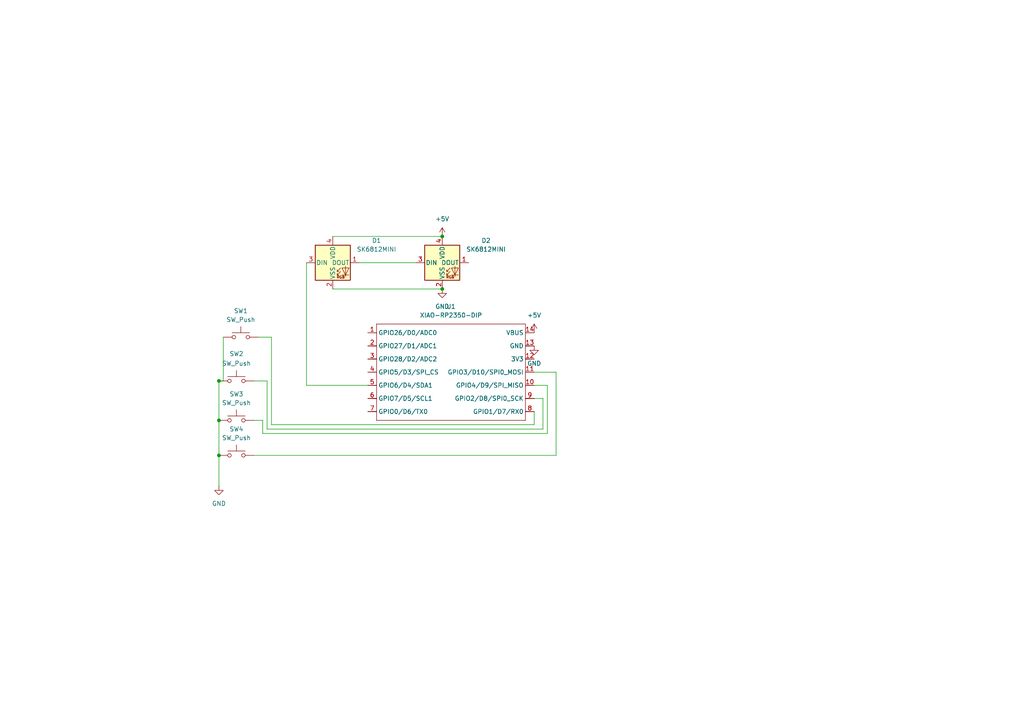
<source format=kicad_sch>
(kicad_sch
	(version 20250114)
	(generator "eeschema")
	(generator_version "9.0")
	(uuid "bbd0a441-47db-489b-bd3d-eae3d2fb38dd")
	(paper "A4")
	(lib_symbols
		(symbol "LED:SK6812MINI"
			(pin_names
				(offset 0.254)
			)
			(exclude_from_sim no)
			(in_bom yes)
			(on_board yes)
			(property "Reference" "D"
				(at 5.08 5.715 0)
				(effects
					(font
						(size 1.27 1.27)
					)
					(justify right bottom)
				)
			)
			(property "Value" "SK6812MINI"
				(at 1.27 -5.715 0)
				(effects
					(font
						(size 1.27 1.27)
					)
					(justify left top)
				)
			)
			(property "Footprint" "LED_SMD:LED_SK6812MINI_PLCC4_3.5x3.5mm_P1.75mm"
				(at 1.27 -7.62 0)
				(effects
					(font
						(size 1.27 1.27)
					)
					(justify left top)
					(hide yes)
				)
			)
			(property "Datasheet" "https://cdn-shop.adafruit.com/product-files/2686/SK6812MINI_REV.01-1-2.pdf"
				(at 2.54 -9.525 0)
				(effects
					(font
						(size 1.27 1.27)
					)
					(justify left top)
					(hide yes)
				)
			)
			(property "Description" "RGB LED with integrated controller"
				(at 0 0 0)
				(effects
					(font
						(size 1.27 1.27)
					)
					(hide yes)
				)
			)
			(property "ki_keywords" "RGB LED NeoPixel Mini addressable"
				(at 0 0 0)
				(effects
					(font
						(size 1.27 1.27)
					)
					(hide yes)
				)
			)
			(property "ki_fp_filters" "LED*SK6812MINI*PLCC*3.5x3.5mm*P1.75mm*"
				(at 0 0 0)
				(effects
					(font
						(size 1.27 1.27)
					)
					(hide yes)
				)
			)
			(symbol "SK6812MINI_0_0"
				(text "RGB"
					(at 2.286 -4.191 0)
					(effects
						(font
							(size 0.762 0.762)
						)
					)
				)
			)
			(symbol "SK6812MINI_0_1"
				(polyline
					(pts
						(xy 1.27 -2.54) (xy 1.778 -2.54)
					)
					(stroke
						(width 0)
						(type default)
					)
					(fill
						(type none)
					)
				)
				(polyline
					(pts
						(xy 1.27 -3.556) (xy 1.778 -3.556)
					)
					(stroke
						(width 0)
						(type default)
					)
					(fill
						(type none)
					)
				)
				(polyline
					(pts
						(xy 2.286 -1.524) (xy 1.27 -2.54) (xy 1.27 -2.032)
					)
					(stroke
						(width 0)
						(type default)
					)
					(fill
						(type none)
					)
				)
				(polyline
					(pts
						(xy 2.286 -2.54) (xy 1.27 -3.556) (xy 1.27 -3.048)
					)
					(stroke
						(width 0)
						(type default)
					)
					(fill
						(type none)
					)
				)
				(polyline
					(pts
						(xy 3.683 -1.016) (xy 3.683 -3.556) (xy 3.683 -4.064)
					)
					(stroke
						(width 0)
						(type default)
					)
					(fill
						(type none)
					)
				)
				(polyline
					(pts
						(xy 4.699 -1.524) (xy 2.667 -1.524) (xy 3.683 -3.556) (xy 4.699 -1.524)
					)
					(stroke
						(width 0)
						(type default)
					)
					(fill
						(type none)
					)
				)
				(polyline
					(pts
						(xy 4.699 -3.556) (xy 2.667 -3.556)
					)
					(stroke
						(width 0)
						(type default)
					)
					(fill
						(type none)
					)
				)
				(rectangle
					(start 5.08 5.08)
					(end -5.08 -5.08)
					(stroke
						(width 0.254)
						(type default)
					)
					(fill
						(type background)
					)
				)
			)
			(symbol "SK6812MINI_1_1"
				(pin input line
					(at -7.62 0 0)
					(length 2.54)
					(name "DIN"
						(effects
							(font
								(size 1.27 1.27)
							)
						)
					)
					(number "3"
						(effects
							(font
								(size 1.27 1.27)
							)
						)
					)
				)
				(pin power_in line
					(at 0 7.62 270)
					(length 2.54)
					(name "VDD"
						(effects
							(font
								(size 1.27 1.27)
							)
						)
					)
					(number "4"
						(effects
							(font
								(size 1.27 1.27)
							)
						)
					)
				)
				(pin power_in line
					(at 0 -7.62 90)
					(length 2.54)
					(name "VSS"
						(effects
							(font
								(size 1.27 1.27)
							)
						)
					)
					(number "2"
						(effects
							(font
								(size 1.27 1.27)
							)
						)
					)
				)
				(pin output line
					(at 7.62 0 180)
					(length 2.54)
					(name "DOUT"
						(effects
							(font
								(size 1.27 1.27)
							)
						)
					)
					(number "1"
						(effects
							(font
								(size 1.27 1.27)
							)
						)
					)
				)
			)
			(embedded_fonts no)
		)
		(symbol "Switch:SW_Push"
			(pin_numbers
				(hide yes)
			)
			(pin_names
				(offset 1.016)
				(hide yes)
			)
			(exclude_from_sim no)
			(in_bom yes)
			(on_board yes)
			(property "Reference" "SW"
				(at 1.27 2.54 0)
				(effects
					(font
						(size 1.27 1.27)
					)
					(justify left)
				)
			)
			(property "Value" "SW_Push"
				(at 0 -1.524 0)
				(effects
					(font
						(size 1.27 1.27)
					)
				)
			)
			(property "Footprint" ""
				(at 0 5.08 0)
				(effects
					(font
						(size 1.27 1.27)
					)
					(hide yes)
				)
			)
			(property "Datasheet" "~"
				(at 0 5.08 0)
				(effects
					(font
						(size 1.27 1.27)
					)
					(hide yes)
				)
			)
			(property "Description" "Push button switch, generic, two pins"
				(at 0 0 0)
				(effects
					(font
						(size 1.27 1.27)
					)
					(hide yes)
				)
			)
			(property "ki_keywords" "switch normally-open pushbutton push-button"
				(at 0 0 0)
				(effects
					(font
						(size 1.27 1.27)
					)
					(hide yes)
				)
			)
			(symbol "SW_Push_0_1"
				(circle
					(center -2.032 0)
					(radius 0.508)
					(stroke
						(width 0)
						(type default)
					)
					(fill
						(type none)
					)
				)
				(polyline
					(pts
						(xy 0 1.27) (xy 0 3.048)
					)
					(stroke
						(width 0)
						(type default)
					)
					(fill
						(type none)
					)
				)
				(circle
					(center 2.032 0)
					(radius 0.508)
					(stroke
						(width 0)
						(type default)
					)
					(fill
						(type none)
					)
				)
				(polyline
					(pts
						(xy 2.54 1.27) (xy -2.54 1.27)
					)
					(stroke
						(width 0)
						(type default)
					)
					(fill
						(type none)
					)
				)
				(pin passive line
					(at -5.08 0 0)
					(length 2.54)
					(name "1"
						(effects
							(font
								(size 1.27 1.27)
							)
						)
					)
					(number "1"
						(effects
							(font
								(size 1.27 1.27)
							)
						)
					)
				)
				(pin passive line
					(at 5.08 0 180)
					(length 2.54)
					(name "2"
						(effects
							(font
								(size 1.27 1.27)
							)
						)
					)
					(number "2"
						(effects
							(font
								(size 1.27 1.27)
							)
						)
					)
				)
			)
			(embedded_fonts no)
		)
		(symbol "hackpad:XIAO-RP2350-DIP"
			(exclude_from_sim no)
			(in_bom yes)
			(on_board yes)
			(property "Reference" "U"
				(at -5.588 2.032 0)
				(effects
					(font
						(size 1.27 1.27)
					)
				)
			)
			(property "Value" "XIAO-RP2350-DIP"
				(at 0 0 0)
				(effects
					(font
						(size 1.27 1.27)
					)
				)
			)
			(property "Footprint" "Module:MOUDLE14P-XIAO-DIP-SMD"
				(at 11.684 -30.734 0)
				(effects
					(font
						(size 1.27 1.27)
					)
					(hide yes)
				)
			)
			(property "Datasheet" ""
				(at 0 0 0)
				(effects
					(font
						(size 1.27 1.27)
					)
					(hide yes)
				)
			)
			(property "Description" ""
				(at 0 0 0)
				(effects
					(font
						(size 1.27 1.27)
					)
					(hide yes)
				)
			)
			(symbol "XIAO-RP2350-DIP_1_0"
				(polyline
					(pts
						(xy -6.35 -1.27) (xy 36.83 -1.27)
					)
					(stroke
						(width 0.1524)
						(type solid)
					)
					(fill
						(type none)
					)
				)
				(polyline
					(pts
						(xy -6.35 -3.81) (xy -7.62 -3.81)
					)
					(stroke
						(width 0.1524)
						(type solid)
					)
					(fill
						(type none)
					)
				)
				(polyline
					(pts
						(xy -6.35 -3.81) (xy -6.35 -1.27)
					)
					(stroke
						(width 0.1524)
						(type solid)
					)
					(fill
						(type none)
					)
				)
				(polyline
					(pts
						(xy -6.35 -7.62) (xy -7.62 -7.62)
					)
					(stroke
						(width 0.1524)
						(type solid)
					)
					(fill
						(type none)
					)
				)
				(polyline
					(pts
						(xy -6.35 -7.62) (xy -6.35 -3.81)
					)
					(stroke
						(width 0.1524)
						(type solid)
					)
					(fill
						(type none)
					)
				)
				(polyline
					(pts
						(xy -6.35 -11.43) (xy -7.62 -11.43)
					)
					(stroke
						(width 0.1524)
						(type solid)
					)
					(fill
						(type none)
					)
				)
				(polyline
					(pts
						(xy -6.35 -11.43) (xy -6.35 -7.62)
					)
					(stroke
						(width 0.1524)
						(type solid)
					)
					(fill
						(type none)
					)
				)
				(polyline
					(pts
						(xy -6.35 -15.24) (xy -7.62 -15.24)
					)
					(stroke
						(width 0.1524)
						(type solid)
					)
					(fill
						(type none)
					)
				)
				(polyline
					(pts
						(xy -6.35 -15.24) (xy -6.35 -11.43)
					)
					(stroke
						(width 0.1524)
						(type solid)
					)
					(fill
						(type none)
					)
				)
				(polyline
					(pts
						(xy -6.35 -19.05) (xy -7.62 -19.05)
					)
					(stroke
						(width 0.1524)
						(type solid)
					)
					(fill
						(type none)
					)
				)
				(polyline
					(pts
						(xy -6.35 -22.86) (xy -7.62 -22.86)
					)
					(stroke
						(width 0.1524)
						(type solid)
					)
					(fill
						(type none)
					)
				)
				(polyline
					(pts
						(xy -6.35 -26.67) (xy -7.62 -26.67)
					)
					(stroke
						(width 0.1524)
						(type solid)
					)
					(fill
						(type none)
					)
				)
				(polyline
					(pts
						(xy -6.35 -29.21) (xy -6.35 -15.24)
					)
					(stroke
						(width 0.1524)
						(type solid)
					)
					(fill
						(type none)
					)
				)
				(polyline
					(pts
						(xy 36.83 -1.27) (xy 36.83 -3.81)
					)
					(stroke
						(width 0.1524)
						(type solid)
					)
					(fill
						(type none)
					)
				)
				(polyline
					(pts
						(xy 36.83 -3.81) (xy 36.83 -7.62)
					)
					(stroke
						(width 0.1524)
						(type solid)
					)
					(fill
						(type none)
					)
				)
				(polyline
					(pts
						(xy 36.83 -7.62) (xy 36.83 -11.43)
					)
					(stroke
						(width 0.1524)
						(type solid)
					)
					(fill
						(type none)
					)
				)
				(polyline
					(pts
						(xy 36.83 -11.43) (xy 36.83 -29.21)
					)
					(stroke
						(width 0.1524)
						(type solid)
					)
					(fill
						(type none)
					)
				)
				(polyline
					(pts
						(xy 36.83 -29.21) (xy -6.35 -29.21)
					)
					(stroke
						(width 0.1524)
						(type solid)
					)
					(fill
						(type none)
					)
				)
				(polyline
					(pts
						(xy 38.1 -3.81) (xy 36.83 -3.81)
					)
					(stroke
						(width 0.1524)
						(type solid)
					)
					(fill
						(type none)
					)
				)
				(polyline
					(pts
						(xy 38.1 -7.62) (xy 36.83 -7.62)
					)
					(stroke
						(width 0.1524)
						(type solid)
					)
					(fill
						(type none)
					)
				)
				(polyline
					(pts
						(xy 38.1 -11.43) (xy 36.83 -11.43)
					)
					(stroke
						(width 0.1524)
						(type solid)
					)
					(fill
						(type none)
					)
				)
				(polyline
					(pts
						(xy 38.1 -15.24) (xy 36.83 -15.24)
					)
					(stroke
						(width 0.1524)
						(type solid)
					)
					(fill
						(type none)
					)
				)
				(polyline
					(pts
						(xy 38.1 -19.05) (xy 36.83 -19.05)
					)
					(stroke
						(width 0.1524)
						(type solid)
					)
					(fill
						(type none)
					)
				)
				(polyline
					(pts
						(xy 38.1 -22.86) (xy 36.83 -22.86)
					)
					(stroke
						(width 0.1524)
						(type solid)
					)
					(fill
						(type none)
					)
				)
				(polyline
					(pts
						(xy 38.1 -26.67) (xy 36.83 -26.67)
					)
					(stroke
						(width 0.1524)
						(type solid)
					)
					(fill
						(type none)
					)
				)
				(pin passive line
					(at -8.89 -3.81 0)
					(length 2.54)
					(name "GPIO26/D0/ADC0"
						(effects
							(font
								(size 1.27 1.27)
							)
						)
					)
					(number "1"
						(effects
							(font
								(size 1.27 1.27)
							)
						)
					)
				)
				(pin passive line
					(at -8.89 -7.62 0)
					(length 2.54)
					(name "GPIO27/D1/ADC1"
						(effects
							(font
								(size 1.27 1.27)
							)
						)
					)
					(number "2"
						(effects
							(font
								(size 1.27 1.27)
							)
						)
					)
				)
				(pin passive line
					(at -8.89 -11.43 0)
					(length 2.54)
					(name "GPIO28/D2/ADC2"
						(effects
							(font
								(size 1.27 1.27)
							)
						)
					)
					(number "3"
						(effects
							(font
								(size 1.27 1.27)
							)
						)
					)
				)
				(pin passive line
					(at -8.89 -15.24 0)
					(length 2.54)
					(name "GPIO5/D3/SPI_CS"
						(effects
							(font
								(size 1.27 1.27)
							)
						)
					)
					(number "4"
						(effects
							(font
								(size 1.27 1.27)
							)
						)
					)
				)
				(pin passive line
					(at -8.89 -19.05 0)
					(length 2.54)
					(name "GPIO6/D4/SDA1"
						(effects
							(font
								(size 1.27 1.27)
							)
						)
					)
					(number "5"
						(effects
							(font
								(size 1.27 1.27)
							)
						)
					)
				)
				(pin passive line
					(at -8.89 -22.86 0)
					(length 2.54)
					(name "GPIO7/D5/SCL1"
						(effects
							(font
								(size 1.27 1.27)
							)
						)
					)
					(number "6"
						(effects
							(font
								(size 1.27 1.27)
							)
						)
					)
				)
				(pin passive line
					(at -8.89 -26.67 0)
					(length 2.54)
					(name "GPIO0/D6/TX0"
						(effects
							(font
								(size 1.27 1.27)
							)
						)
					)
					(number "7"
						(effects
							(font
								(size 1.27 1.27)
							)
						)
					)
				)
				(pin passive line
					(at 39.37 -3.81 180)
					(length 2.54)
					(name "VBUS"
						(effects
							(font
								(size 1.27 1.27)
							)
						)
					)
					(number "14"
						(effects
							(font
								(size 1.27 1.27)
							)
						)
					)
				)
				(pin passive line
					(at 39.37 -7.62 180)
					(length 2.54)
					(name "GND"
						(effects
							(font
								(size 1.27 1.27)
							)
						)
					)
					(number "13"
						(effects
							(font
								(size 1.27 1.27)
							)
						)
					)
				)
				(pin passive line
					(at 39.37 -11.43 180)
					(length 2.54)
					(name "3V3"
						(effects
							(font
								(size 1.27 1.27)
							)
						)
					)
					(number "12"
						(effects
							(font
								(size 1.27 1.27)
							)
						)
					)
				)
				(pin passive line
					(at 39.37 -15.24 180)
					(length 2.54)
					(name "GPIO3/D10/SPI0_MOSI"
						(effects
							(font
								(size 1.27 1.27)
							)
						)
					)
					(number "11"
						(effects
							(font
								(size 1.27 1.27)
							)
						)
					)
				)
				(pin passive line
					(at 39.37 -19.05 180)
					(length 2.54)
					(name "GPIO4/D9/SPI_MISO"
						(effects
							(font
								(size 1.27 1.27)
							)
						)
					)
					(number "10"
						(effects
							(font
								(size 1.27 1.27)
							)
						)
					)
				)
				(pin passive line
					(at 39.37 -22.86 180)
					(length 2.54)
					(name "GPIO2/D8/SPI0_SCK"
						(effects
							(font
								(size 1.27 1.27)
							)
						)
					)
					(number "9"
						(effects
							(font
								(size 1.27 1.27)
							)
						)
					)
				)
				(pin passive line
					(at 39.37 -26.67 180)
					(length 2.54)
					(name "GPIO1/D7/RX0"
						(effects
							(font
								(size 1.27 1.27)
							)
						)
					)
					(number "8"
						(effects
							(font
								(size 1.27 1.27)
							)
						)
					)
				)
			)
			(embedded_fonts no)
		)
		(symbol "power:+5V"
			(power)
			(pin_numbers
				(hide yes)
			)
			(pin_names
				(offset 0)
				(hide yes)
			)
			(exclude_from_sim no)
			(in_bom yes)
			(on_board yes)
			(property "Reference" "#PWR"
				(at 0 -3.81 0)
				(effects
					(font
						(size 1.27 1.27)
					)
					(hide yes)
				)
			)
			(property "Value" "+5V"
				(at 0 3.556 0)
				(effects
					(font
						(size 1.27 1.27)
					)
				)
			)
			(property "Footprint" ""
				(at 0 0 0)
				(effects
					(font
						(size 1.27 1.27)
					)
					(hide yes)
				)
			)
			(property "Datasheet" ""
				(at 0 0 0)
				(effects
					(font
						(size 1.27 1.27)
					)
					(hide yes)
				)
			)
			(property "Description" "Power symbol creates a global label with name \"+5V\""
				(at 0 0 0)
				(effects
					(font
						(size 1.27 1.27)
					)
					(hide yes)
				)
			)
			(property "ki_keywords" "global power"
				(at 0 0 0)
				(effects
					(font
						(size 1.27 1.27)
					)
					(hide yes)
				)
			)
			(symbol "+5V_0_1"
				(polyline
					(pts
						(xy -0.762 1.27) (xy 0 2.54)
					)
					(stroke
						(width 0)
						(type default)
					)
					(fill
						(type none)
					)
				)
				(polyline
					(pts
						(xy 0 2.54) (xy 0.762 1.27)
					)
					(stroke
						(width 0)
						(type default)
					)
					(fill
						(type none)
					)
				)
				(polyline
					(pts
						(xy 0 0) (xy 0 2.54)
					)
					(stroke
						(width 0)
						(type default)
					)
					(fill
						(type none)
					)
				)
			)
			(symbol "+5V_1_1"
				(pin power_in line
					(at 0 0 90)
					(length 0)
					(name "~"
						(effects
							(font
								(size 1.27 1.27)
							)
						)
					)
					(number "1"
						(effects
							(font
								(size 1.27 1.27)
							)
						)
					)
				)
			)
			(embedded_fonts no)
		)
		(symbol "power:GND"
			(power)
			(pin_numbers
				(hide yes)
			)
			(pin_names
				(offset 0)
				(hide yes)
			)
			(exclude_from_sim no)
			(in_bom yes)
			(on_board yes)
			(property "Reference" "#PWR"
				(at 0 -6.35 0)
				(effects
					(font
						(size 1.27 1.27)
					)
					(hide yes)
				)
			)
			(property "Value" "GND"
				(at 0 -3.81 0)
				(effects
					(font
						(size 1.27 1.27)
					)
				)
			)
			(property "Footprint" ""
				(at 0 0 0)
				(effects
					(font
						(size 1.27 1.27)
					)
					(hide yes)
				)
			)
			(property "Datasheet" ""
				(at 0 0 0)
				(effects
					(font
						(size 1.27 1.27)
					)
					(hide yes)
				)
			)
			(property "Description" "Power symbol creates a global label with name \"GND\" , ground"
				(at 0 0 0)
				(effects
					(font
						(size 1.27 1.27)
					)
					(hide yes)
				)
			)
			(property "ki_keywords" "global power"
				(at 0 0 0)
				(effects
					(font
						(size 1.27 1.27)
					)
					(hide yes)
				)
			)
			(symbol "GND_0_1"
				(polyline
					(pts
						(xy 0 0) (xy 0 -1.27) (xy 1.27 -1.27) (xy 0 -2.54) (xy -1.27 -1.27) (xy 0 -1.27)
					)
					(stroke
						(width 0)
						(type default)
					)
					(fill
						(type none)
					)
				)
			)
			(symbol "GND_1_1"
				(pin power_in line
					(at 0 0 270)
					(length 0)
					(name "~"
						(effects
							(font
								(size 1.27 1.27)
							)
						)
					)
					(number "1"
						(effects
							(font
								(size 1.27 1.27)
							)
						)
					)
				)
			)
			(embedded_fonts no)
		)
	)
	(junction
		(at 63.5 121.92)
		(diameter 0)
		(color 0 0 0 0)
		(uuid "310e47a8-9973-4bab-a8b5-c71890229914")
	)
	(junction
		(at 128.27 83.82)
		(diameter 0)
		(color 0 0 0 0)
		(uuid "3b5ca1d7-08d5-4b0b-bfa3-1f51096ae367")
	)
	(junction
		(at 63.5 110.49)
		(diameter 0)
		(color 0 0 0 0)
		(uuid "60b0c730-246a-455c-a96e-6509af161022")
	)
	(junction
		(at 63.5 132.08)
		(diameter 0)
		(color 0 0 0 0)
		(uuid "987a6303-8b0c-4011-81b0-6a29de635852")
	)
	(junction
		(at 128.27 68.58)
		(diameter 0)
		(color 0 0 0 0)
		(uuid "bc2857b4-ee8e-413d-b6a2-be8e5e0016a6")
	)
	(wire
		(pts
			(xy 96.52 83.82) (xy 128.27 83.82)
		)
		(stroke
			(width 0)
			(type default)
		)
		(uuid "2143c2d1-bacd-4c3d-bf35-7fd6a579c7c6")
	)
	(wire
		(pts
			(xy 158.75 111.76) (xy 158.75 125.73)
		)
		(stroke
			(width 0)
			(type default)
		)
		(uuid "2b6900b1-ec32-40a9-ab13-9fb8063fd22e")
	)
	(wire
		(pts
			(xy 154.94 107.95) (xy 161.29 107.95)
		)
		(stroke
			(width 0)
			(type default)
		)
		(uuid "2dff2dc1-1586-42f2-8af8-900a7c6d4d4a")
	)
	(wire
		(pts
			(xy 78.74 123.19) (xy 78.74 97.79)
		)
		(stroke
			(width 0)
			(type default)
		)
		(uuid "38942389-f934-4bb8-ae21-c25737b8f97c")
	)
	(wire
		(pts
			(xy 63.5 132.08) (xy 63.5 140.97)
		)
		(stroke
			(width 0)
			(type default)
		)
		(uuid "3ebe0c4b-bfea-4c49-85b2-e628760a3080")
	)
	(wire
		(pts
			(xy 73.66 132.08) (xy 161.29 132.08)
		)
		(stroke
			(width 0)
			(type default)
		)
		(uuid "487114f7-6781-4ca2-a51f-866491e971b4")
	)
	(wire
		(pts
			(xy 73.66 110.49) (xy 77.47 110.49)
		)
		(stroke
			(width 0)
			(type default)
		)
		(uuid "4ae93d03-2ddb-4c42-ac97-2f8dc846c463")
	)
	(wire
		(pts
			(xy 157.48 115.57) (xy 154.94 115.57)
		)
		(stroke
			(width 0)
			(type default)
		)
		(uuid "513f724a-0a12-406a-b9d0-529824ae10f0")
	)
	(wire
		(pts
			(xy 154.94 111.76) (xy 158.75 111.76)
		)
		(stroke
			(width 0)
			(type default)
		)
		(uuid "566a638e-2bbf-4064-a95a-3a2d969eb47b")
	)
	(wire
		(pts
			(xy 158.75 125.73) (xy 76.2 125.73)
		)
		(stroke
			(width 0)
			(type default)
		)
		(uuid "5782032a-b1fd-4edb-af6e-ee6e3e5ed899")
	)
	(wire
		(pts
			(xy 64.77 110.49) (xy 63.5 110.49)
		)
		(stroke
			(width 0)
			(type default)
		)
		(uuid "596275bc-8fb8-4237-9024-128fcd518aac")
	)
	(wire
		(pts
			(xy 88.9 111.76) (xy 106.68 111.76)
		)
		(stroke
			(width 0)
			(type default)
		)
		(uuid "5a41bbe7-e5a9-4861-a302-58ee1f63562a")
	)
	(wire
		(pts
			(xy 76.2 125.73) (xy 76.2 121.92)
		)
		(stroke
			(width 0)
			(type default)
		)
		(uuid "6b33e107-7291-4f9a-8e9b-701a16b507cf")
	)
	(wire
		(pts
			(xy 63.5 121.92) (xy 63.5 132.08)
		)
		(stroke
			(width 0)
			(type default)
		)
		(uuid "6ced035e-24d2-47a8-b22d-30e0543f7920")
	)
	(wire
		(pts
			(xy 63.5 110.49) (xy 63.5 121.92)
		)
		(stroke
			(width 0)
			(type default)
		)
		(uuid "79a0ba15-27ea-427b-bb3d-4da6caf16d83")
	)
	(wire
		(pts
			(xy 76.2 121.92) (xy 73.66 121.92)
		)
		(stroke
			(width 0)
			(type default)
		)
		(uuid "7a9031ee-3c8b-4907-917e-bb9bc720d89c")
	)
	(wire
		(pts
			(xy 157.48 124.46) (xy 157.48 115.57)
		)
		(stroke
			(width 0)
			(type default)
		)
		(uuid "a82684a4-d608-493e-a986-31c8e43b65fc")
	)
	(wire
		(pts
			(xy 64.77 97.79) (xy 64.77 110.49)
		)
		(stroke
			(width 0)
			(type default)
		)
		(uuid "ace4865e-a53e-42a9-980b-da069245f617")
	)
	(wire
		(pts
			(xy 154.94 123.19) (xy 78.74 123.19)
		)
		(stroke
			(width 0)
			(type default)
		)
		(uuid "adb3d17b-ce74-430f-8b67-d8dd7f4d463e")
	)
	(wire
		(pts
			(xy 77.47 110.49) (xy 77.47 124.46)
		)
		(stroke
			(width 0)
			(type default)
		)
		(uuid "b048e50f-e294-4aaa-90c9-8650684223f9")
	)
	(wire
		(pts
			(xy 88.9 76.2) (xy 88.9 111.76)
		)
		(stroke
			(width 0)
			(type default)
		)
		(uuid "b79a2a63-fb25-4c18-9452-c64ae31ac6f5")
	)
	(wire
		(pts
			(xy 161.29 132.08) (xy 161.29 107.95)
		)
		(stroke
			(width 0)
			(type default)
		)
		(uuid "b9a8032b-62eb-4de1-a3b2-c425fd1de88e")
	)
	(wire
		(pts
			(xy 104.14 76.2) (xy 120.65 76.2)
		)
		(stroke
			(width 0)
			(type default)
		)
		(uuid "c766563c-3ba6-4af4-ae04-a54cda6f0f62")
	)
	(wire
		(pts
			(xy 77.47 124.46) (xy 157.48 124.46)
		)
		(stroke
			(width 0)
			(type default)
		)
		(uuid "c93fbe7e-f6a7-4658-bb71-d1a47dc74cc5")
	)
	(wire
		(pts
			(xy 96.52 68.58) (xy 128.27 68.58)
		)
		(stroke
			(width 0)
			(type default)
		)
		(uuid "cfa6585c-f9ec-4c49-8588-9cc54116bba7")
	)
	(wire
		(pts
			(xy 154.94 119.38) (xy 154.94 123.19)
		)
		(stroke
			(width 0)
			(type default)
		)
		(uuid "d4040a83-fd46-4000-832c-c43c6dba5193")
	)
	(wire
		(pts
			(xy 74.93 97.79) (xy 78.74 97.79)
		)
		(stroke
			(width 0)
			(type default)
		)
		(uuid "e8be5fc5-57ea-4f8f-888a-52a0e433231f")
	)
	(symbol
		(lib_id "Switch:SW_Push")
		(at 68.58 121.92 0)
		(unit 1)
		(exclude_from_sim no)
		(in_bom yes)
		(on_board yes)
		(dnp no)
		(fields_autoplaced yes)
		(uuid "0e03f28d-6ef0-49ef-a67e-7f567b23c5c2")
		(property "Reference" "SW3"
			(at 68.58 114.3 0)
			(effects
				(font
					(size 1.27 1.27)
				)
			)
		)
		(property "Value" "SW_Push"
			(at 68.58 116.84 0)
			(effects
				(font
					(size 1.27 1.27)
				)
			)
		)
		(property "Footprint" "Button_Switch_Keyboard:SW_Cherry_MX_1.00u_PCB"
			(at 68.58 116.84 0)
			(effects
				(font
					(size 1.27 1.27)
				)
				(hide yes)
			)
		)
		(property "Datasheet" "~"
			(at 68.58 116.84 0)
			(effects
				(font
					(size 1.27 1.27)
				)
				(hide yes)
			)
		)
		(property "Description" "Push button switch, generic, two pins"
			(at 68.58 121.92 0)
			(effects
				(font
					(size 1.27 1.27)
				)
				(hide yes)
			)
		)
		(pin "1"
			(uuid "27c673d8-b237-4783-8069-9474af67a750")
		)
		(pin "2"
			(uuid "f26d0236-5c4c-4108-997e-24693ac5aa11")
		)
		(instances
			(project ""
				(path "/bbd0a441-47db-489b-bd3d-eae3d2fb38dd"
					(reference "SW3")
					(unit 1)
				)
			)
		)
	)
	(symbol
		(lib_id "power:+5V")
		(at 154.94 96.52 0)
		(unit 1)
		(exclude_from_sim no)
		(in_bom yes)
		(on_board yes)
		(dnp no)
		(fields_autoplaced yes)
		(uuid "0fc2621f-3283-435a-b871-d8d1ce9929d6")
		(property "Reference" "#PWR03"
			(at 154.94 100.33 0)
			(effects
				(font
					(size 1.27 1.27)
				)
				(hide yes)
			)
		)
		(property "Value" "+5V"
			(at 154.94 91.44 0)
			(effects
				(font
					(size 1.27 1.27)
				)
			)
		)
		(property "Footprint" ""
			(at 154.94 96.52 0)
			(effects
				(font
					(size 1.27 1.27)
				)
				(hide yes)
			)
		)
		(property "Datasheet" ""
			(at 154.94 96.52 0)
			(effects
				(font
					(size 1.27 1.27)
				)
				(hide yes)
			)
		)
		(property "Description" "Power symbol creates a global label with name \"+5V\""
			(at 154.94 96.52 0)
			(effects
				(font
					(size 1.27 1.27)
				)
				(hide yes)
			)
		)
		(pin "1"
			(uuid "ac233adc-cd57-495f-a0e4-0e6aae0ce009")
		)
		(instances
			(project ""
				(path "/bbd0a441-47db-489b-bd3d-eae3d2fb38dd"
					(reference "#PWR03")
					(unit 1)
				)
			)
		)
	)
	(symbol
		(lib_id "Switch:SW_Push")
		(at 68.58 132.08 0)
		(unit 1)
		(exclude_from_sim no)
		(in_bom yes)
		(on_board yes)
		(dnp no)
		(fields_autoplaced yes)
		(uuid "3424950c-9656-4383-81ae-d7326e69e382")
		(property "Reference" "SW4"
			(at 68.58 124.46 0)
			(effects
				(font
					(size 1.27 1.27)
				)
			)
		)
		(property "Value" "SW_Push"
			(at 68.58 127 0)
			(effects
				(font
					(size 1.27 1.27)
				)
			)
		)
		(property "Footprint" "Button_Switch_Keyboard:SW_Cherry_MX_1.00u_PCB"
			(at 68.58 127 0)
			(effects
				(font
					(size 1.27 1.27)
				)
				(hide yes)
			)
		)
		(property "Datasheet" "~"
			(at 68.58 127 0)
			(effects
				(font
					(size 1.27 1.27)
				)
				(hide yes)
			)
		)
		(property "Description" "Push button switch, generic, two pins"
			(at 68.58 132.08 0)
			(effects
				(font
					(size 1.27 1.27)
				)
				(hide yes)
			)
		)
		(pin "1"
			(uuid "703bd2c2-8a69-41b5-88f4-6044f2f664d8")
		)
		(pin "2"
			(uuid "2bfbfda1-3288-44a8-b8e2-31aaa20b137f")
		)
		(instances
			(project "Hackpad"
				(path "/bbd0a441-47db-489b-bd3d-eae3d2fb38dd"
					(reference "SW4")
					(unit 1)
				)
			)
		)
	)
	(symbol
		(lib_id "Switch:SW_Push")
		(at 69.85 97.79 0)
		(unit 1)
		(exclude_from_sim no)
		(in_bom yes)
		(on_board yes)
		(dnp no)
		(uuid "44cfc0ca-0033-402f-981c-95ad2f37b0a1")
		(property "Reference" "SW1"
			(at 69.85 90.17 0)
			(effects
				(font
					(size 1.27 1.27)
				)
			)
		)
		(property "Value" "SW_Push"
			(at 69.85 92.71 0)
			(effects
				(font
					(size 1.27 1.27)
				)
			)
		)
		(property "Footprint" "Button_Switch_Keyboard:SW_Cherry_MX_1.00u_PCB"
			(at 69.85 92.71 0)
			(effects
				(font
					(size 1.27 1.27)
				)
				(hide yes)
			)
		)
		(property "Datasheet" "~"
			(at 69.85 92.71 0)
			(effects
				(font
					(size 1.27 1.27)
				)
				(hide yes)
			)
		)
		(property "Description" "Push button switch, generic, two pins"
			(at 69.85 97.79 0)
			(effects
				(font
					(size 1.27 1.27)
				)
				(hide yes)
			)
		)
		(pin "1"
			(uuid "49604203-a90a-4216-ad39-b773b83f89ec")
		)
		(pin "2"
			(uuid "dfaacbff-7ca9-44bc-8de7-64bdcfb628dd")
		)
		(instances
			(project ""
				(path "/bbd0a441-47db-489b-bd3d-eae3d2fb38dd"
					(reference "SW1")
					(unit 1)
				)
			)
		)
	)
	(symbol
		(lib_id "power:GND")
		(at 154.94 100.33 0)
		(unit 1)
		(exclude_from_sim no)
		(in_bom yes)
		(on_board yes)
		(dnp no)
		(fields_autoplaced yes)
		(uuid "4fbfb6b2-fc1a-4a39-8e33-267d28617326")
		(property "Reference" "#PWR02"
			(at 154.94 106.68 0)
			(effects
				(font
					(size 1.27 1.27)
				)
				(hide yes)
			)
		)
		(property "Value" "GND"
			(at 154.94 105.41 0)
			(effects
				(font
					(size 1.27 1.27)
				)
			)
		)
		(property "Footprint" ""
			(at 154.94 100.33 0)
			(effects
				(font
					(size 1.27 1.27)
				)
				(hide yes)
			)
		)
		(property "Datasheet" ""
			(at 154.94 100.33 0)
			(effects
				(font
					(size 1.27 1.27)
				)
				(hide yes)
			)
		)
		(property "Description" "Power symbol creates a global label with name \"GND\" , ground"
			(at 154.94 100.33 0)
			(effects
				(font
					(size 1.27 1.27)
				)
				(hide yes)
			)
		)
		(pin "1"
			(uuid "e9797396-a175-48c0-83a7-ddcb5385ee3e")
		)
		(instances
			(project ""
				(path "/bbd0a441-47db-489b-bd3d-eae3d2fb38dd"
					(reference "#PWR02")
					(unit 1)
				)
			)
		)
	)
	(symbol
		(lib_id "LED:SK6812MINI")
		(at 128.27 76.2 0)
		(unit 1)
		(exclude_from_sim no)
		(in_bom yes)
		(on_board yes)
		(dnp no)
		(fields_autoplaced yes)
		(uuid "5c305a6e-3744-4955-b24a-fb5772b94260")
		(property "Reference" "D2"
			(at 140.97 69.7798 0)
			(effects
				(font
					(size 1.27 1.27)
				)
			)
		)
		(property "Value" "SK6812MINI"
			(at 140.97 72.3198 0)
			(effects
				(font
					(size 1.27 1.27)
				)
			)
		)
		(property "Footprint" "LED_SMD:LED_SK6812MINI_PLCC4_3.5x3.5mm_P1.75mm"
			(at 129.54 83.82 0)
			(effects
				(font
					(size 1.27 1.27)
				)
				(justify left top)
				(hide yes)
			)
		)
		(property "Datasheet" "https://cdn-shop.adafruit.com/product-files/2686/SK6812MINI_REV.01-1-2.pdf"
			(at 130.81 85.725 0)
			(effects
				(font
					(size 1.27 1.27)
				)
				(justify left top)
				(hide yes)
			)
		)
		(property "Description" "RGB LED with integrated controller"
			(at 128.27 76.2 0)
			(effects
				(font
					(size 1.27 1.27)
				)
				(hide yes)
			)
		)
		(pin "3"
			(uuid "1a888266-0a5f-452b-8a56-4c7e3d7ae3d8")
		)
		(pin "4"
			(uuid "572adb25-18ae-48db-90d8-3588e92f7f5b")
		)
		(pin "1"
			(uuid "cc1db070-4cff-42df-b87f-36577c3259ee")
		)
		(pin "2"
			(uuid "974ac9c2-4186-4222-bb14-f28ec8d7cc0d")
		)
		(instances
			(project ""
				(path "/bbd0a441-47db-489b-bd3d-eae3d2fb38dd"
					(reference "D2")
					(unit 1)
				)
			)
		)
	)
	(symbol
		(lib_id "power:+5V")
		(at 128.27 68.58 0)
		(unit 1)
		(exclude_from_sim no)
		(in_bom yes)
		(on_board yes)
		(dnp no)
		(fields_autoplaced yes)
		(uuid "7d652e49-9849-4e87-bd06-61d1d72fbd15")
		(property "Reference" "#PWR05"
			(at 128.27 72.39 0)
			(effects
				(font
					(size 1.27 1.27)
				)
				(hide yes)
			)
		)
		(property "Value" "+5V"
			(at 128.27 63.5 0)
			(effects
				(font
					(size 1.27 1.27)
				)
			)
		)
		(property "Footprint" ""
			(at 128.27 68.58 0)
			(effects
				(font
					(size 1.27 1.27)
				)
				(hide yes)
			)
		)
		(property "Datasheet" ""
			(at 128.27 68.58 0)
			(effects
				(font
					(size 1.27 1.27)
				)
				(hide yes)
			)
		)
		(property "Description" "Power symbol creates a global label with name \"+5V\""
			(at 128.27 68.58 0)
			(effects
				(font
					(size 1.27 1.27)
				)
				(hide yes)
			)
		)
		(pin "1"
			(uuid "300239a4-e160-450c-907b-5809068472ec")
		)
		(instances
			(project ""
				(path "/bbd0a441-47db-489b-bd3d-eae3d2fb38dd"
					(reference "#PWR05")
					(unit 1)
				)
			)
		)
	)
	(symbol
		(lib_id "power:GND")
		(at 128.27 83.82 0)
		(unit 1)
		(exclude_from_sim no)
		(in_bom yes)
		(on_board yes)
		(dnp no)
		(fields_autoplaced yes)
		(uuid "a0122cf6-0c0a-41ae-852c-d4fa2042c6ad")
		(property "Reference" "#PWR04"
			(at 128.27 90.17 0)
			(effects
				(font
					(size 1.27 1.27)
				)
				(hide yes)
			)
		)
		(property "Value" "GND"
			(at 128.27 88.9 0)
			(effects
				(font
					(size 1.27 1.27)
				)
			)
		)
		(property "Footprint" ""
			(at 128.27 83.82 0)
			(effects
				(font
					(size 1.27 1.27)
				)
				(hide yes)
			)
		)
		(property "Datasheet" ""
			(at 128.27 83.82 0)
			(effects
				(font
					(size 1.27 1.27)
				)
				(hide yes)
			)
		)
		(property "Description" "Power symbol creates a global label with name \"GND\" , ground"
			(at 128.27 83.82 0)
			(effects
				(font
					(size 1.27 1.27)
				)
				(hide yes)
			)
		)
		(pin "1"
			(uuid "b7143547-15b5-4be9-b4e1-70976aad2d66")
		)
		(instances
			(project ""
				(path "/bbd0a441-47db-489b-bd3d-eae3d2fb38dd"
					(reference "#PWR04")
					(unit 1)
				)
			)
		)
	)
	(symbol
		(lib_id "hackpad:XIAO-RP2350-DIP")
		(at 115.57 92.71 0)
		(unit 1)
		(exclude_from_sim no)
		(in_bom yes)
		(on_board yes)
		(dnp no)
		(fields_autoplaced yes)
		(uuid "a635bd92-309d-4856-9280-5d768f19cfa4")
		(property "Reference" "U1"
			(at 130.81 88.9 0)
			(effects
				(font
					(size 1.27 1.27)
				)
			)
		)
		(property "Value" "XIAO-RP2350-DIP"
			(at 130.81 91.44 0)
			(effects
				(font
					(size 1.27 1.27)
				)
			)
		)
		(property "Footprint" "Module:MOUDLE14P-XIAO-DIP-SMD"
			(at 127.254 123.444 0)
			(effects
				(font
					(size 1.27 1.27)
				)
				(hide yes)
			)
		)
		(property "Datasheet" ""
			(at 115.57 92.71 0)
			(effects
				(font
					(size 1.27 1.27)
				)
				(hide yes)
			)
		)
		(property "Description" ""
			(at 115.57 92.71 0)
			(effects
				(font
					(size 1.27 1.27)
				)
				(hide yes)
			)
		)
		(pin "14"
			(uuid "3819a0c3-210f-4230-b5f8-266db0244269")
		)
		(pin "6"
			(uuid "37675821-0b54-41b4-bf29-33a83b3eba9b")
		)
		(pin "1"
			(uuid "58c0c43a-b9e3-41c5-a454-3372a1a16c0a")
		)
		(pin "2"
			(uuid "84e4cb86-a529-48c9-b7c4-eed7cbb5652c")
		)
		(pin "3"
			(uuid "55c15235-9bb4-4ebe-b124-ece11739d1d9")
		)
		(pin "4"
			(uuid "a9e1126d-831c-4282-8a49-3bc36b4725c7")
		)
		(pin "5"
			(uuid "6bea1b7c-9873-4eaa-8a27-854bae68b432")
		)
		(pin "7"
			(uuid "ad481b4d-e129-4a7b-9c1b-cfb2ded3633a")
		)
		(pin "11"
			(uuid "8950df74-082f-4903-b2ed-8e8b0b7e7a9c")
		)
		(pin "10"
			(uuid "088472a6-9ff8-46a9-a0dd-9a050b878442")
		)
		(pin "8"
			(uuid "82006197-c8b6-4a71-8d71-ed192efa9bab")
		)
		(pin "9"
			(uuid "fa8ec957-a19b-4ea3-a7db-c51b8edc23e2")
		)
		(pin "12"
			(uuid "565ee5f6-a01b-4acc-ba34-fd8a11e17b66")
		)
		(pin "13"
			(uuid "be94d0cb-8fd9-48cf-b355-2e2f5104994c")
		)
		(instances
			(project ""
				(path "/bbd0a441-47db-489b-bd3d-eae3d2fb38dd"
					(reference "U1")
					(unit 1)
				)
			)
		)
	)
	(symbol
		(lib_id "power:GND")
		(at 63.5 140.97 0)
		(unit 1)
		(exclude_from_sim no)
		(in_bom yes)
		(on_board yes)
		(dnp no)
		(fields_autoplaced yes)
		(uuid "b628ce7b-43fb-41d4-a95b-f4416a7e498b")
		(property "Reference" "#PWR01"
			(at 63.5 147.32 0)
			(effects
				(font
					(size 1.27 1.27)
				)
				(hide yes)
			)
		)
		(property "Value" "GND"
			(at 63.5 146.05 0)
			(effects
				(font
					(size 1.27 1.27)
				)
			)
		)
		(property "Footprint" ""
			(at 63.5 140.97 0)
			(effects
				(font
					(size 1.27 1.27)
				)
				(hide yes)
			)
		)
		(property "Datasheet" ""
			(at 63.5 140.97 0)
			(effects
				(font
					(size 1.27 1.27)
				)
				(hide yes)
			)
		)
		(property "Description" "Power symbol creates a global label with name \"GND\" , ground"
			(at 63.5 140.97 0)
			(effects
				(font
					(size 1.27 1.27)
				)
				(hide yes)
			)
		)
		(pin "1"
			(uuid "e13497c8-e1c7-4c36-8bb2-2ae0dcd695fe")
		)
		(instances
			(project ""
				(path "/bbd0a441-47db-489b-bd3d-eae3d2fb38dd"
					(reference "#PWR01")
					(unit 1)
				)
			)
		)
	)
	(symbol
		(lib_id "Switch:SW_Push")
		(at 68.58 110.49 0)
		(unit 1)
		(exclude_from_sim no)
		(in_bom yes)
		(on_board yes)
		(dnp no)
		(uuid "baeffbc1-380e-409e-864d-9693a9b7583b")
		(property "Reference" "SW2"
			(at 68.58 102.616 0)
			(effects
				(font
					(size 1.27 1.27)
				)
			)
		)
		(property "Value" "SW_Push"
			(at 68.58 105.41 0)
			(effects
				(font
					(size 1.27 1.27)
				)
			)
		)
		(property "Footprint" "Button_Switch_Keyboard:SW_Cherry_MX_1.00u_PCB"
			(at 68.58 105.41 0)
			(effects
				(font
					(size 1.27 1.27)
				)
				(hide yes)
			)
		)
		(property "Datasheet" "~"
			(at 68.58 105.41 0)
			(effects
				(font
					(size 1.27 1.27)
				)
				(hide yes)
			)
		)
		(property "Description" "Push button switch, generic, two pins"
			(at 68.58 110.49 0)
			(effects
				(font
					(size 1.27 1.27)
				)
				(hide yes)
			)
		)
		(pin "2"
			(uuid "3dd4624b-4ebc-4a59-97ed-15fad4644ffd")
		)
		(pin "1"
			(uuid "33ac2918-1ce0-4b3e-936b-32b909b12886")
		)
		(instances
			(project ""
				(path "/bbd0a441-47db-489b-bd3d-eae3d2fb38dd"
					(reference "SW2")
					(unit 1)
				)
			)
		)
	)
	(symbol
		(lib_id "LED:SK6812MINI")
		(at 96.52 76.2 0)
		(unit 1)
		(exclude_from_sim no)
		(in_bom yes)
		(on_board yes)
		(dnp no)
		(fields_autoplaced yes)
		(uuid "bd063a83-5789-4fb9-b377-0b56e2c4025a")
		(property "Reference" "D1"
			(at 109.22 69.7798 0)
			(effects
				(font
					(size 1.27 1.27)
				)
			)
		)
		(property "Value" "SK6812MINI"
			(at 109.22 72.3198 0)
			(effects
				(font
					(size 1.27 1.27)
				)
			)
		)
		(property "Footprint" "LED_SMD:LED_SK6812MINI_PLCC4_3.5x3.5mm_P1.75mm"
			(at 97.79 83.82 0)
			(effects
				(font
					(size 1.27 1.27)
				)
				(justify left top)
				(hide yes)
			)
		)
		(property "Datasheet" "https://cdn-shop.adafruit.com/product-files/2686/SK6812MINI_REV.01-1-2.pdf"
			(at 99.06 85.725 0)
			(effects
				(font
					(size 1.27 1.27)
				)
				(justify left top)
				(hide yes)
			)
		)
		(property "Description" "RGB LED with integrated controller"
			(at 96.52 76.2 0)
			(effects
				(font
					(size 1.27 1.27)
				)
				(hide yes)
			)
		)
		(pin "4"
			(uuid "b8999674-d86b-4304-b647-51b1a557d3d0")
		)
		(pin "1"
			(uuid "cb68e30e-55dc-4c53-8b77-d0e8c4bdcf11")
		)
		(pin "3"
			(uuid "db3469de-683a-40f8-ba95-f3668a31b03f")
		)
		(pin "2"
			(uuid "7cb6728a-e9b0-4b6d-a588-cb63e9e91f4f")
		)
		(instances
			(project ""
				(path "/bbd0a441-47db-489b-bd3d-eae3d2fb38dd"
					(reference "D1")
					(unit 1)
				)
			)
		)
	)
	(sheet_instances
		(path "/"
			(page "1")
		)
	)
	(embedded_fonts no)
)

</source>
